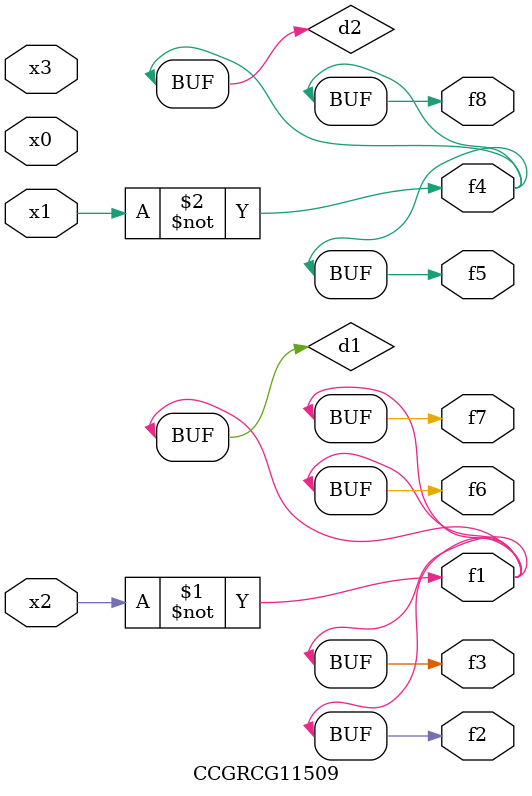
<source format=v>
module CCGRCG11509(
	input x0, x1, x2, x3,
	output f1, f2, f3, f4, f5, f6, f7, f8
);

	wire d1, d2;

	xnor (d1, x2);
	not (d2, x1);
	assign f1 = d1;
	assign f2 = d1;
	assign f3 = d1;
	assign f4 = d2;
	assign f5 = d2;
	assign f6 = d1;
	assign f7 = d1;
	assign f8 = d2;
endmodule

</source>
